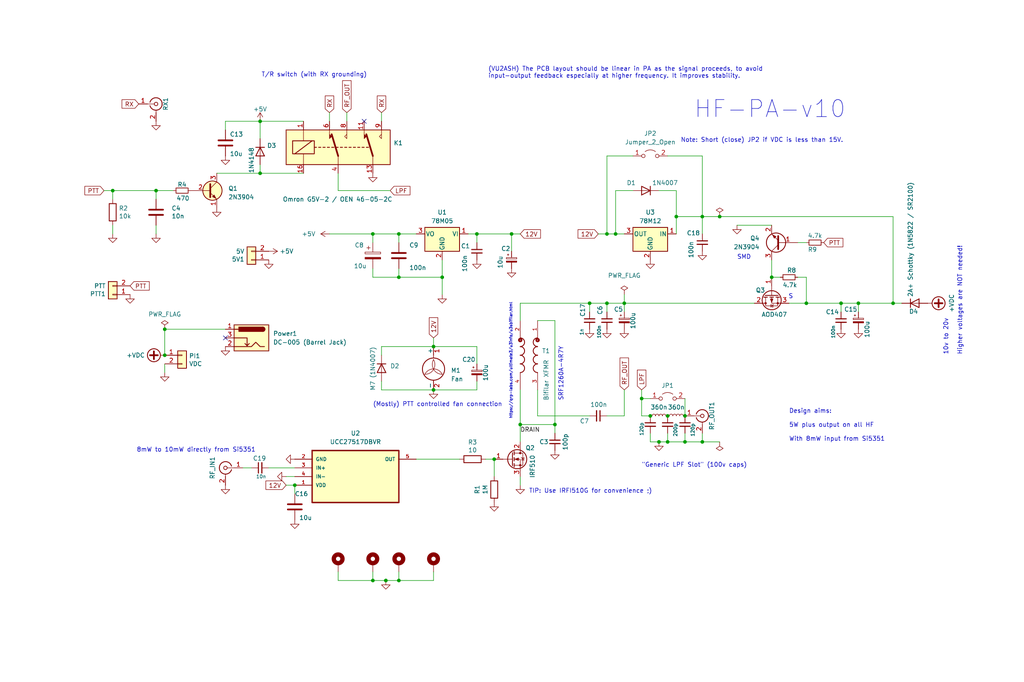
<source format=kicad_sch>
(kicad_sch (version 20230121) (generator eeschema)
  (paper "User" 299.999 200)
  (title_block (title "Easy-PA-With-TR-Switch") (date "2023-08-27") (rev "v2") (company "Author: Dhiru Kholia (VU3CER)") (comment 1 "Designed for https://github.com/kholia/Easy-Digital-Beacons-v1 project") (comment 2 "Motivation: We need usable power on the 10m band!") (comment 3 "Based on designs from Henning Paul"))
  (lib_symbols
    (symbol "+VDC_1" (power) (pin_names (offset 0))
      (property "Value" "+VDC_1" (at 0 6.35 0))
      (symbol "+VDC_1_1_1"
        (pin power_in line (at 0 0 90) (length 0) hide (name "+VDC") (number "1"))
      )
    )
    (symbol "Connector:Barrel_Jack_Switch" (pin_names hide)
      (property "Reference" "J" (at 0 5.334 0))
      (property "Value" "Barrel_Jack_Switch" (at 0 -5.08 0))
      (symbol "Barrel_Jack_Switch_1_1"
        (pin passive line (at 7.62 2.54 180) (length 2.54) (name "~") (number "1"))
        (pin passive line (at 7.62 -2.54 180) (length 2.54) (name "~") (number "2"))
        (pin passive line (at 7.62 0 180) (length 2.54) (name "~") (number "3"))
      )
    )
    (symbol "Connector:Conn_Coaxial" (pin_names (offset 1.016) hide)
      (property "Reference" "J" (at 0.254 3.048 0))
      (property "Value" "Conn_Coaxial" (at 2.921 0 90))
      (symbol "Conn_Coaxial_1_1"
        (pin passive line (at -5.08 0 0) (length 2.54) (name "In") (number "1"))
        (pin passive line (at 0 -5.08 90) (length 2.54) (name "Ext") (number "2"))
      )
    )
    (symbol "Connector_Generic:Conn_01x02" (pin_names (offset 1.016) hide)
      (property "Reference" "J" (at 0 2.54 0))
      (property "Value" "Conn_01x02" (at 0 -5.08 0))
      (symbol "Conn_01x02_1_1"
        (pin passive line (at -5.08 0 0) (length 3.81) (name "Pin_1") (number "1"))
        (pin passive line (at -5.08 -2.54 0) (length 3.81) (name "Pin_2") (number "2"))
      )
    )
    (symbol "Device:C" (pin_numbers hide) (pin_names (offset 0.254))
      (property "Reference" "C" (at 0.635 2.54 0))
      (property "Value" "C" (at 0.635 -2.54 0))
      (symbol "C_1_1"
        (pin passive line (at 0 3.81 270) (length 2.794) (name "~") (number "1"))
        (pin passive line (at 0 -3.81 90) (length 2.794) (name "~") (number "2"))
      )
    )
    (symbol "Device:C_Polarized" (pin_numbers hide) (pin_names (offset 0.254))
      (property "Reference" "C" (at 0.635 2.54 0))
      (property "Value" "C_Polarized" (at 0.635 -2.54 0))
      (symbol "C_Polarized_1_1"
        (pin passive line (at 0 3.81 270) (length 2.794) (name "~") (number "1"))
        (pin passive line (at 0 -3.81 90) (length 2.794) (name "~") (number "2"))
      )
    )
    (symbol "Device:C_Polarized_Small" (pin_numbers hide) (pin_names (offset 0.254) hide)
      (property "Reference" "C" (at 0.254 1.778 0))
      (property "Value" "C_Polarized_Small" (at 0.254 -2.032 0))
      (symbol "C_Polarized_Small_1_1"
        (pin passive line (at 0 2.54 270) (length 1.8542) (name "~") (number "1"))
        (pin passive line (at 0 -2.54 90) (length 1.8542) (name "~") (number "2"))
      )
    )
    (symbol "Device:C_Small" (pin_numbers hide) (pin_names (offset 0.254) hide)
      (property "Reference" "C" (at 0.254 1.778 0))
      (property "Value" "C_Small" (at 0.254 -2.032 0))
      (symbol "C_Small_1_1"
        (pin passive line (at 0 2.54 270) (length 2.032) (name "~") (number "1"))
        (pin passive line (at 0 -2.54 90) (length 2.032) (name "~") (number "2"))
      )
    )
    (symbol "Device:D" (pin_numbers hide) (pin_names (offset 1.016) hide)
      (property "Reference" "D" (at 0 2.54 0))
      (property "Value" "D" (at 0 -2.54 0))
      (symbol "D_1_1"
        (pin passive line (at -3.81 0 0) (length 2.54) (name "K") (number "1"))
        (pin passive line (at 3.81 0 180) (length 2.54) (name "A") (number "2"))
      )
    )
    (symbol "Device:L_Small" (pin_numbers hide) (pin_names (offset 0.254) hide)
      (property "Reference" "L" (at 0.762 1.016 0))
      (property "Value" "L_Small" (at 0.762 -1.016 0))
      (symbol "L_Small_1_1"
        (pin passive line (at 0 2.54 270) (length 0.508) (name "~") (number "1"))
        (pin passive line (at 0 -2.54 90) (length 0.508) (name "~") (number "2"))
      )
    )
    (symbol "Device:R" (pin_numbers hide) (pin_names (offset 0))
      (property "Reference" "R" (at 2.032 0 90))
      (property "Value" "R" (at 0 0 90))
      (symbol "R_1_1"
        (pin passive line (at 0 3.81 270) (length 1.27) (name "~") (number "1"))
        (pin passive line (at 0 -3.81 90) (length 1.27) (name "~") (number "2"))
      )
    )
    (symbol "Device:R_Small" (pin_numbers hide) (pin_names (offset 0.254) hide)
      (property "Reference" "R" (at 0.762 0.508 0))
      (property "Value" "R_Small" (at 0.762 -1.016 0))
      (symbol "R_Small_1_1"
        (pin passive line (at 0 2.54 270) (length 0.762) (name "~") (number "1"))
        (pin passive line (at 0 -2.54 90) (length 0.762) (name "~") (number "2"))
      )
    )
    (symbol "Diode:1N4007" (pin_numbers hide) (pin_names hide)
      (property "Reference" "D" (at 0 2.54 0))
      (property "Value" "1N4007" (at 0 -2.54 0))
      (symbol "1N4007_1_1"
        (pin passive line (at -3.81 0 0) (length 2.54) (name "K") (number "1"))
        (pin passive line (at 3.81 0 180) (length 2.54) (name "A") (number "2"))
      )
    )
    (symbol "Diode:1N4148" (pin_numbers hide) (pin_names hide)
      (property "Reference" "D" (at 0 2.54 0))
      (property "Value" "1N4148" (at 0 -2.54 0))
      (property "Sim.Device" "D" (at 0 0 0))
      (property "Sim.Pins" "1=K 2=A" (at 0 0 0))
      (symbol "1N4148_1_1"
        (pin passive line (at -3.81 0 0) (length 2.54) (name "K") (number "1"))
        (pin passive line (at 3.81 0 180) (length 2.54) (name "A") (number "2"))
      )
    )
    (symbol "Jumper:Jumper_2_Open" (pin_names (offset 0) hide)
      (property "Reference" "JP" (at 0 2.794 0))
      (property "Value" "Jumper_2_Open" (at 0 -2.286 0))
      (symbol "Jumper_2_Open_1_1"
        (pin passive line (at -5.08 0 0) (length 2.54) (name "A") (number "1"))
        (pin passive line (at 5.08 0 180) (length 2.54) (name "B") (number "2"))
      )
    )
    (symbol "Mechanical:MountingHole_Pad" (pin_numbers hide) (pin_names (offset 1.016) hide)
      (property "Reference" "H" (at 0 6.35 0))
      (property "Value" "MountingHole_Pad" (at 0 4.445 0))
      (symbol "MountingHole_Pad_1_1"
        (pin input line (at 0 -2.54 90) (length 2.54) (name "1") (number "1"))
      )
    )
    (symbol "Motor:Fan" (pin_names (offset 0))
      (property "Reference" "M" (at 2.54 5.08 0))
      (property "Value" "Fan" (at 2.54 -2.54 0))
      (symbol "Fan_1_1"
        (pin passive line (at 0 7.62 270) (length 2.54) (name "+") (number "1"))
        (pin passive line (at 0 -5.08 90) (length 2.54) (name "-") (number "2"))
      )
    )
    (symbol "PCM_Transistor_BJT_AKL:2N3904" (pin_names hide)
      (property "Reference" "Q" (at 5.08 1.27 0))
      (property "Value" "2N3904" (at 5.08 -1.27 0))
      (symbol "2N3904_1_1"
        (pin passive line (at 2.54 -5.08 90) (length 2.54) (name "E") (number "1"))
        (pin passive line (at -5.08 0 0) (length 5.715) (name "B") (number "2"))
        (pin passive line (at 2.54 5.08 270) (length 2.54) (name "C") (number "3"))
      )
    )
    (symbol "Regulator_Linear:L7812" (pin_names (offset 0.254))
      (property "Reference" "U" (at -3.81 3.175 0))
      (property "Value" "L7812" (at 0 3.175 0))
      (symbol "L7812_1_1"
        (pin power_in line (at -7.62 0 0) (length 2.54) (name "IN") (number "1"))
        (pin power_in line (at 0 -7.62 90) (length 2.54) (name "GND") (number "2"))
        (pin power_out line (at 7.62 0 180) (length 2.54) (name "OUT") (number "3"))
      )
    )
    (symbol "Regulator_Linear:LM78M05_TO252" (pin_names (offset 0.254))
      (property "Reference" "U" (at -3.81 3.175 0))
      (property "Value" "LM78M05_TO252" (at 0 3.175 0))
      (symbol "LM78M05_TO252_1_1"
        (pin power_in line (at -7.62 0 0) (length 2.54) (name "VI") (number "1"))
        (pin power_in line (at 0 -7.62 90) (length 2.54) (name "GND") (number "2"))
        (pin power_out line (at 7.62 0 180) (length 2.54) (name "VO") (number "3"))
      )
    )
    (symbol "Relay:G5V-2"
      (property "Reference" "K" (at 16.51 3.81 0))
      (property "Value" "G5V-2" (at 16.51 1.27 0))
      (symbol "G5V-2_1_1"
        (pin passive line (at -10.16 7.62 270) (length 2.54) (name "~") (number "1"))
        (pin passive line (at 7.62 7.62 270) (length 2.54) (name "~") (number "11"))
        (pin passive line (at 10.16 -7.62 90) (length 2.54) (name "~") (number "13"))
        (pin passive line (at -10.16 -7.62 90) (length 2.54) (name "~") (number "16"))
        (pin passive line (at 0 -7.62 90) (length 2.54) (name "~") (number "4"))
        (pin passive line (at -2.54 7.62 270) (length 2.54) (name "~") (number "6"))
        (pin passive line (at 2.54 7.62 270) (length 2.54) (name "~") (number "8"))
        (pin passive line (at 12.7 7.62 270) (length 2.54) (name "~") (number "9"))
      )
    )
    (symbol "SRF1260A-4R7Y:SRF1260A-4R7Y" (pin_names (offset 1.016))
      (property "Reference" "L" (at -7.631 5.0873 0))
      (property "Value" "SRF1260A-4R7Y" (at -7.6349 -7.6349 0))
      (symbol "SRF1260A-4R7Y_0_0"
        (pin passive line (at -10.16 2.54 0) (length 5.08) (name "~") (number "1"))
        (pin passive line (at -10.16 -2.54 0) (length 5.08) (name "~") (number "2"))
        (pin passive line (at 10.16 2.54 180) (length 5.08) (name "~") (number "3"))
        (pin passive line (at 10.16 -2.54 180) (length 5.08) (name "~") (number "4"))
      )
    )
    (symbol "Transistor_BJT:MMBT3904" (pin_names (offset 0) hide)
      (property "Reference" "Q" (at 5.08 1.905 0))
      (property "Value" "MMBT3904" (at 5.08 0 0))
      (symbol "MMBT3904_1_1"
        (pin input line (at -5.08 0 0) (length 5.715) (name "B") (number "1"))
        (pin passive line (at 2.54 -5.08 90) (length 2.54) (name "E") (number "2"))
        (pin passive line (at 2.54 5.08 270) (length 2.54) (name "C") (number "3"))
      )
    )
    (symbol "Transistor_FET:IRF540N" (pin_names hide)
      (property "Reference" "Q" (at 6.35 1.905 0))
      (property "Value" "IRF540N" (at 6.35 0 0))
      (symbol "IRF540N_1_1"
        (pin input line (at -5.08 0 0) (length 2.54) (name "G") (number "1"))
        (pin passive line (at 2.54 5.08 270) (length 2.54) (name "D") (number "2"))
        (pin passive line (at 2.54 -5.08 90) (length 2.54) (name "S") (number "3"))
      )
    )
    (symbol "Transistor_FET:IRF9540N" (pin_names hide)
      (property "Reference" "Q" (at 5.08 1.905 0))
      (property "Value" "IRF9540N" (at 5.08 0 0))
      (symbol "IRF9540N_1_1"
        (pin input line (at -5.08 0 0) (length 2.54) (name "G") (number "1"))
        (pin passive line (at 2.54 5.08 270) (length 2.54) (name "D") (number "2"))
        (pin passive line (at 2.54 -5.08 90) (length 2.54) (name "S") (number "3"))
      )
    )
    (symbol "UCC27517DBVR:UCC27517DBVR" (pin_names (offset 1.016))
      (property "Reference" "U" (at -12.7 8.62 0))
      (property "Value" "UCC27517DBVR" (at -12.7 -11.62 0))
      (symbol "UCC27517DBVR_0_0"
        (pin input line (at -17.78 -2.54 0) (length 5.08) (name "VDD") (number "1"))
        (pin input line (at -17.78 5.08 0) (length 5.08) (name "GND") (number "2"))
        (pin input line (at -17.78 2.54 0) (length 5.08) (name "IN+") (number "3"))
        (pin input line (at -17.78 0 0) (length 5.08) (name "IN-") (number "4"))
        (pin output line (at 17.78 5.08 180) (length 5.08) (name "OUT") (number "5"))
      )
    )
    (symbol "power:+5V" (power) (pin_names (offset 0))
      (property "Value" "+5V" (at 0 3.556 0))
      (symbol "+5V_1_1"
        (pin power_in line (at 0 0 90) (length 0) hide (name "+5V") (number "1"))
      )
    )
    (symbol "power:+VDC" (power) (pin_names (offset 0))
      (property "Value" "+VDC" (at 0 6.35 0))
      (symbol "+VDC_1_1"
        (pin power_in line (at 0 0 90) (length 0) hide (name "+VDC") (number "1"))
      )
    )
    (symbol "power:GND" (power) (pin_names (offset 0))
      (property "Value" "GND" (at 0 -3.81 0))
      (symbol "GND_1_1"
        (pin power_in line (at 0 0 270) (length 0) hide (name "GND") (number "1"))
      )
    )
    (symbol "power:PWR_FLAG" (power) (pin_numbers hide) (pin_names (offset 0) hide)
      (property "Value" "PWR_FLAG" (at 0 3.81 0))
      (symbol "PWR_FLAG_0_0"
        (pin power_out line (at 0 0 90) (length 0) (name "pwr") (number "1"))
      )
    )
  )
  (junction (at 205.74 129.54))
  (junction (at 193.04 129.54))
  (junction (at 162.56 124.46))
  (junction (at 261.62 88.9))
  (junction (at 187.96 116.84))
  (junction (at 139.7 68.58))
  (junction (at 195.58 129.54))
  (junction (at 86.36 142.24))
  (junction (at 127 101.6))
  (junction (at 246.38 88.9))
  (junction (at 127 114.3))
  (junction (at 210.82 63.5))
  (junction (at 116.84 68.58))
  (junction (at 109.22 68.58))
  (junction (at 45.72 55.88))
  (junction (at 177.8 68.58))
  (junction (at 129.54 81.28))
  (junction (at 109.22 170.18))
  (junction (at 190.5 121.92))
  (junction (at 200.66 121.92))
  (junction (at 236.22 88.9))
  (junction (at 116.84 81.28))
  (junction (at 48.26 104.14))
  (junction (at 195.58 121.92))
  (junction (at 177.8 88.9))
  (junction (at 116.84 170.18))
  (junction (at 172.72 88.9))
  (junction (at 200.66 129.54))
  (junction (at 144.78 134.62))
  (junction (at 152.4 124.46))
  (junction (at 182.88 88.9))
  (junction (at 113.03 170.18))
  (junction (at 251.46 88.9))
  (junction (at 180.34 68.58))
  (junction (at 198.12 63.5))
  (junction (at 33.02 55.88))
  (junction (at 226.06 81.28))
  (junction (at 76.2 50.8))
  (junction (at 48.26 96.52))
  (junction (at 205.74 63.5))
  (junction (at 149.86 68.58))
  (junction (at 76.2 35.56))
  (no_connect (at 66.04 99.06))
  (no_connect (at 106.68 35.56))
  (wire (pts (xy 152.4 88.9) (xy 172.72 88.9)))
  (wire (pts (xy 195.58 45.72) (xy 205.74 45.72)))
  (wire (pts (xy 66.04 35.56) (xy 66.04 38.1)))
  (wire (pts (xy 111.76 33.02) (xy 111.76 35.56)))
  (wire (pts (xy 246.38 88.9) (xy 251.46 88.9)))
  (wire (pts (xy 144.78 139.7) (xy 144.78 134.62)))
  (wire (pts (xy 127 170.18) (xy 127 167.64)))
  (wire (pts (xy 111.76 101.6) (xy 111.76 104.14)))
  (wire (pts (xy 116.84 68.58) (xy 116.84 71.12)))
  (wire (pts (xy 157.48 93.98) (xy 162.56 93.98)))
  (wire (pts (xy 45.72 55.88) (xy 45.72 58.42)))
  (wire (pts (xy 200.66 129.54) (xy 205.74 129.54)))
  (wire (pts (xy 139.7 101.6) (xy 139.7 106.68)))
  (wire (pts (xy 139.7 71.12) (xy 139.7 68.58)))
  (wire (pts (xy 198.12 68.58) (xy 198.12 63.5)))
  (wire (pts (xy 127 101.6) (xy 139.7 101.6)))
  (wire (pts (xy 172.72 88.9) (xy 177.8 88.9)))
  (wire (pts (xy 200.66 127) (xy 200.66 129.54)))
  (wire (pts (xy 45.72 55.88) (xy 50.8 55.88)))
  (wire (pts (xy 157.48 114.3) (xy 157.48 121.92)))
  (wire (pts (xy 210.82 63.5) (xy 261.62 63.5)))
  (wire (pts (xy 177.8 88.9) (xy 177.8 91.44)))
  (wire (pts (xy 226.06 81.28) (xy 228.6 81.28)))
  (wire (pts (xy 109.22 81.28) (xy 116.84 81.28)))
  (wire (pts (xy 251.46 88.9) (xy 251.46 91.44)))
  (wire (pts (xy 48.26 96.52) (xy 48.26 104.14)))
  (wire (pts (xy 86.36 142.24) (xy 86.36 144.78)))
  (wire (pts (xy 111.76 114.3) (xy 127 114.3)))
  (wire (pts (xy 48.26 96.52) (xy 66.04 96.52)))
  (wire (pts (xy 83.82 139.7) (xy 86.36 139.7)))
  (wire (pts (xy 33.02 58.42) (xy 33.02 55.88)))
  (wire (pts (xy 45.72 66.04) (xy 45.72 68.58)))
  (wire (pts (xy 261.62 88.9) (xy 264.16 88.9)))
  (wire (pts (xy 152.4 93.98) (xy 152.4 88.9)))
  (wire (pts (xy 180.34 55.88) (xy 185.42 55.88)))
  (wire (pts (xy 157.48 121.92) (xy 172.72 121.92)))
  (wire (pts (xy 193.04 55.88) (xy 198.12 55.88)))
  (wire (pts (xy 233.68 71.12) (xy 236.22 71.12)))
  (wire (pts (xy 99.06 170.18) (xy 109.22 170.18)))
  (wire (pts (xy 162.56 93.98) (xy 162.56 124.46)))
  (wire (pts (xy 99.06 50.8) (xy 99.06 55.88)))
  (wire (pts (xy 152.4 124.46) (xy 152.4 129.54)))
  (wire (pts (xy 116.84 81.28) (xy 129.54 81.28)))
  (wire (pts (xy 76.2 35.56) (xy 88.9 35.56)))
  (wire (pts (xy 109.22 68.58) (xy 116.84 68.58)))
  (wire (pts (xy 152.4 142.24) (xy 152.4 139.7)))
  (wire (pts (xy 172.72 88.9) (xy 172.72 91.44)))
  (wire (pts (xy 109.22 167.64) (xy 109.22 170.18)))
  (wire (pts (xy 187.96 116.84) (xy 190.5 116.84)))
  (wire (pts (xy 127 99.06) (xy 127 101.6)))
  (wire (pts (xy 193.04 129.54) (xy 195.58 129.54)))
  (wire (pts (xy 182.88 88.9) (xy 220.98 88.9)))
  (wire (pts (xy 99.06 55.88) (xy 114.3 55.88)))
  (wire (pts (xy 205.74 68.58) (xy 205.74 63.5)))
  (wire (pts (xy 127 114.3) (xy 139.7 114.3)))
  (wire (pts (xy 111.76 111.76) (xy 111.76 114.3)))
  (wire (pts (xy 195.58 127) (xy 195.58 129.54)))
  (wire (pts (xy 33.02 55.88) (xy 45.72 55.88)))
  (wire (pts (xy 109.22 71.12) (xy 109.22 68.58)))
  (wire (pts (xy 149.86 68.58) (xy 152.4 68.58)))
  (wire (pts (xy 109.22 81.28) (xy 109.22 78.74)))
  (wire (pts (xy 177.8 45.72) (xy 177.8 68.58)))
  (wire (pts (xy 182.88 88.9) (xy 182.88 91.44)))
  (wire (pts (xy 236.22 88.9) (xy 246.38 88.9)))
  (wire (pts (xy 187.96 116.84) (xy 187.96 121.92)))
  (wire (pts (xy 48.26 109.22) (xy 48.26 106.68)))
  (wire (pts (xy 226.06 76.2) (xy 226.06 81.28)))
  (wire (pts (xy 180.34 55.88) (xy 180.34 68.58)))
  (wire (pts (xy 99.06 167.64) (xy 99.06 170.18)))
  (wire (pts (xy 187.96 121.92) (xy 190.5 121.92)))
  (wire (pts (xy 185.42 45.72) (xy 177.8 45.72)))
  (wire (pts (xy 142.24 134.62) (xy 144.78 134.62)))
  (wire (pts (xy 175.26 68.58) (xy 177.8 68.58)))
  (wire (pts (xy 116.84 78.74) (xy 116.84 81.28)))
  (wire (pts (xy 71.12 137.16) (xy 73.66 137.16)))
  (wire (pts (xy 205.74 129.54) (xy 205.74 127)))
  (wire (pts (xy 121.92 134.62) (xy 134.62 134.62)))
  (wire (pts (xy 116.84 68.58) (xy 121.92 68.58)))
  (wire (pts (xy 152.4 124.46) (xy 162.56 124.46)))
  (wire (pts (xy 111.76 101.6) (xy 127 101.6)))
  (wire (pts (xy 177.8 88.9) (xy 182.88 88.9)))
  (wire (pts (xy 129.54 86.36) (xy 129.54 81.28)))
  (wire (pts (xy 195.58 129.54) (xy 200.66 129.54)))
  (wire (pts (xy 83.82 142.24) (xy 86.36 142.24)))
  (wire (pts (xy 231.14 88.9) (xy 236.22 88.9)))
  (wire (pts (xy 113.03 170.18) (xy 116.84 170.18)))
  (wire (pts (xy 116.84 170.18) (xy 127 170.18)))
  (wire (pts (xy 205.74 63.5) (xy 210.82 63.5)))
  (wire (pts (xy 149.86 68.58) (xy 149.86 73.66)))
  (wire (pts (xy 30.48 55.88) (xy 33.02 55.88)))
  (wire (pts (xy 261.62 63.5) (xy 261.62 88.9)))
  (wire (pts (xy 187.96 114.3) (xy 187.96 116.84)))
  (wire (pts (xy 198.12 63.5) (xy 205.74 63.5)))
  (wire (pts (xy 139.7 68.58) (xy 149.86 68.58)))
  (wire (pts (xy 162.56 124.46) (xy 162.56 127)))
  (wire (pts (xy 251.46 88.9) (xy 261.62 88.9)))
  (wire (pts (xy 101.6 33.02) (xy 101.6 35.56)))
  (wire (pts (xy 78.74 137.16) (xy 86.36 137.16)))
  (wire (pts (xy 236.22 81.28) (xy 236.22 88.9)))
  (wire (pts (xy 205.74 129.54) (xy 210.82 129.54)))
  (wire (pts (xy 33.02 66.04) (xy 33.02 68.58)))
  (wire (pts (xy 76.2 35.56) (xy 76.2 40.64)))
  (wire (pts (xy 182.88 114.3) (xy 182.88 121.92)))
  (wire (pts (xy 180.34 68.58) (xy 182.88 68.58)))
  (wire (pts (xy 190.5 129.54) (xy 193.04 129.54)))
  (wire (pts (xy 177.8 68.58) (xy 180.34 68.58)))
  (wire (pts (xy 198.12 63.5) (xy 198.12 55.88)))
  (wire (pts (xy 109.22 170.18) (xy 113.03 170.18)))
  (wire (pts (xy 96.52 33.02) (xy 96.52 35.56)))
  (wire (pts (xy 76.2 50.8) (xy 76.2 48.26)))
  (wire (pts (xy 205.74 45.72) (xy 205.74 63.5)))
  (wire (pts (xy 76.2 50.8) (xy 88.9 50.8)))
  (wire (pts (xy 139.7 114.3) (xy 139.7 111.76)))
  (wire (pts (xy 96.52 68.58) (xy 109.22 68.58)))
  (wire (pts (xy 63.5 50.8) (xy 76.2 50.8)))
  (wire (pts (xy 215.9 66.04) (xy 226.06 66.04)))
  (wire (pts (xy 182.88 86.36) (xy 182.88 88.9)))
  (wire (pts (xy 152.4 114.3) (xy 152.4 124.46)))
  (wire (pts (xy 177.8 121.92) (xy 182.88 121.92)))
  (wire (pts (xy 190.5 127) (xy 190.5 129.54)))
  (wire (pts (xy 129.54 76.2) (xy 129.54 81.28)))
  (wire (pts (xy 233.68 81.28) (xy 236.22 81.28)))
  (wire (pts (xy 76.2 35.56) (xy 66.04 35.56)))
  (wire (pts (xy 246.38 88.9) (xy 246.38 91.44)))
  (wire (pts (xy 200.66 121.92) (xy 200.66 116.84)))
  (wire (pts (xy 137.16 68.58) (xy 139.7 68.58)))
  (wire (pts (xy 116.84 167.64) (xy 116.84 170.18)))
  (text "T/R switch (with RX grounding)" (at 76.5556 22.733 0) (effects (font (size 1.27 1.27)) (justify left bottom)))
  (text "(Mostly) PTT controlled fan connection" (at 109.22 119.38 0) (effects (font (size 1.27 1.27)) (justify left bottom)))
  (text "8mW to 10mW directly from Si5351" (at 74.93 132.715 0) (effects (font (size 1.27 1.27)) (justify right bottom)))
  (text "SMD" (at 215.9 76.2 0) (effects (font (size 1.27 1.27)) (justify left bottom)))
  (text "HF-PA-v10" (at 203.2 35.052 0) (effects (font (size 5 5)) (justify left bottom)))
  (text "Design aims:\n\n5W plus output on all HF\n\nWith 8mW input from Si5351" (at 231.14 129.54 0) (effects (font (size 1.27 1.27)) (justify left bottom)))
  (text "SRF1260A-4R7Y" (at 165.1 117.602 90) (effects (font (size 1.27 1.27)) (justify left bottom)))
  (text "\"Generic LPF Slot\" (100v caps)" (at 187.96 137.16 0) (effects (font (size 1.27 1.27)) (justify left bottom)))
  (text "https://qrp-labs.com/ultimate3/u3info/u3sbifilar.html" (at 150.114 122.936 90) (effects (font (size 0.8 0.8)) (justify left bottom)))
  (text "10v to 20v\n\nHigher voltages are NOT needed!" (at 281.94 104.14 90) (effects (font (size 1.27 1.27)) (justify left bottom)))
  (text "(VU2ASH) The PCB layout should be linear in PA as the signal proceeds, to avoid \ninput-output feedback especially at higher frequency. It improves stability." (at 143.002 23.114 0) (effects (font (size 1.27 1.27)) (justify left bottom)))
  (text "Note: Short (close) JP2 if VDC is less than 15V." (at 199.39 41.91 0) (effects (font (size 1.27 1.27)) (justify left bottom)))
  (text "TIP: Use IRFI510G for convenience ;)" (at 154.94 144.78 0) (effects (font (size 1.27 1.27)) (justify left bottom)))
  (text "S" (at 230.9622 87.7316 0) (effects (font (size 1.27 1.27)) (justify left bottom)))
  (label "DRAIN" (at 152.4 127 0))
  (global_label "12V" (shape input) (at 152.4 68.58 0) (property "Intersheetrefs" "${INTERSHEET_REFS}" (effects hide)))
  (global_label "RF_OUT" (shape input) (at 101.6 33.02 90) (property "Intersheetrefs" "${INTERSHEET_REFS}" (effects hide)))
  (global_label "RF_OUT" (shape input) (at 182.88 114.3 90) (property "Intersheetrefs" "${INTERSHEET_REFS}" (effects hide)))
  (global_label "PTT" (shape input) (at 38.1 83.82 0) (property "Intersheetrefs" "${INTERSHEET_REFS}" (effects hide)))
  (global_label "LPF" (shape input) (at 114.3 55.88 0) (property "Intersheetrefs" "${INTERSHEET_REFS}" (effects hide)))
  (global_label "RX" (shape input) (at 40.64 30.48 180) (property "Intersheetrefs" "${INTERSHEET_REFS}" (effects hide)))
  (global_label "12V" (shape input) (at 175.26 68.58 180) (property "Intersheetrefs" "${INTERSHEET_REFS}" (effects hide)))
  (global_label "PTT" (shape input) (at 30.48 55.88 180) (property "Intersheetrefs" "${INTERSHEET_REFS}" (effects hide)))
  (global_label "12V" (shape input) (at 83.82 142.24 180) (property "Intersheetrefs" "${INTERSHEET_REFS}" (effects hide)))
  (global_label "RX" (shape input) (at 96.52 33.02 90) (property "Intersheetrefs" "${INTERSHEET_REFS}" (effects hide)))
  (global_label "RX" (shape input) (at 111.76 33.02 90) (property "Intersheetrefs" "${INTERSHEET_REFS}" (effects hide)))
  (global_label "12V" (shape input) (at 127 99.06 90) (property "Intersheetrefs" "${INTERSHEET_REFS}" (effects hide)))
  (global_label "LPF" (shape input) (at 187.96 114.3 90) (property "Intersheetrefs" "${INTERSHEET_REFS}" (effects hide)))
  (global_label "PTT" (shape input) (at 241.3 71.12 0) (property "Intersheetrefs" "${INTERSHEET_REFS}" (effects hide)))
  (symbol (lib_id "Device:C_Polarized_Small") (at 182.88 93.98 0) (unit 1)
    (property "Reference" "C5" (at 179.832 90.678 0) (effects (justify left)))
    (property "Value" "100u" (at 185.42 96.52 90) (effects (justify left)))
    (property "Footprint" "Capacitor_THT:CP_Radial_D5.0mm_P2.50mm" (effects hide))
  )
  (symbol (lib_id "Device:C_Small") (at 175.26 121.92 270) (unit 1)
    (property "Reference" "C7" (at 171.196 123.444 90))
    (property "Value" "100n" (at 175.387 118.618 90))
    (property "Footprint" "Capacitor_SMD:C_1206_3216Metric_Pad1.33x1.80mm_HandSolder" (effects hide))
  )
  (symbol (lib_id "Connector_Generic:Conn_01x02") (at 53.34 104.14 0) (unit 1)
    (property "Reference" "PI1" (at 55.372 104.3432 0) (effects (justify left)))
    (property "Value" "VDC" (at 55.372 106.6546 0) (effects (justify left)))
    (property "Footprint" "Connector_PinHeader_2.54mm:PinHeader_1x02_P2.54mm_Vertical" (effects hide))
  )
  (symbol (lib_id "power:+VDC") (at 48.26 104.14 90) (unit 1)
    (property "Reference" "#PWR0110" (effects hide))
    (property "Value" "+VDC" (at 42.4434 104.14 90) (effects (justify left)))
  )
  (symbol (lib_id "Device:R") (at 138.43 134.62 270) (unit 1)
    (property "Reference" "R3" (at 138.43 129.6416 90))
    (property "Value" "10" (at 138.43 131.953 90))
    (property "Footprint" "Resistor_SMD:R_2512_6332Metric_Pad1.40x3.35mm_HandSolder" (effects hide))
  )
  (symbol (lib_id "power:PWR_FLAG") (at 48.26 96.52 0) (unit 1)
    (property "Reference" "#FLG0103" (effects hide))
    (property "Value" "PWR_FLAG" (at 48.26 92.1258 0))
  )
  (symbol (lib_id "power:GND") (at 66.04 142.24 0) (unit 1)
    (property "Reference" "#PWR0106" (effects hide))
    (property "Value" "GND" (effects hide))
  )
  (symbol (lib_id "Device:C_Small") (at 177.8 93.98 0) (unit 1)
    (property "Reference" "C6" (at 175.768 90.932 90))
    (property "Value" "100n" (at 175.514 97.282 90) (effects (font (size 0.9906 0.9906))))
    (property "Footprint" "Capacitor_SMD:C_1206_3216Metric_Pad1.33x1.80mm_HandSolder" (effects hide))
  )
  (symbol (lib_id "power:GND") (at 33.02 68.58 0) (unit 1)
    (property "Reference" "#PWR018" (effects hide))
    (property "Value" "GNDPWR" (effects hide))
  )
  (symbol (lib_id "power:PWR_FLAG") (at 182.88 86.36 0) (unit 1)
    (property "Reference" "#FLG01" (effects hide))
    (property "Value" "PWR_FLAG" (at 182.88 80.772 0))
  )
  (symbol (lib_id "Device:C_Polarized_Small") (at 139.7 109.22 0) (unit 1)
    (property "Reference" "C20" (at 135.382 105.41 0) (effects (justify left)))
    (property "Value" "100u" (at 142.24 111.76 90) (effects (justify left)))
    (property "Footprint" "Capacitor_THT:CP_Radial_D5.0mm_P2.50mm" (effects hide))
  )
  (symbol (lib_id "Device:C_Polarized") (at 109.22 74.93 0) (unit 1)
    (property "Reference" "C8" (at 103.886 71.882 0) (effects (justify left)))
    (property "Value" "10u" (at 103.632 77.978 0) (effects (justify left)))
    (property "Footprint" "Capacitor_SMD:C_1206_3216Metric_Pad1.33x1.80mm_HandSolder" (effects hide))
  )
  (symbol (lib_id "Device:L_Small") (at 198.12 121.92 90) (unit 1)
    (property "Reference" "L2" (effects hide))
    (property "Value" "360n" (at 198.12 119.38 90))
    (property "Footprint" "Inductor_THT:L_Toroid_Vertical_L10.0mm_W5.0mm_P5.08mm" (effects hide))
  )
  (symbol (lib_id "Diode:1N4007") (at 189.23 55.88 180) (unit 1)
    (property "Reference" "D1" (at 184.912 53.594 0))
    (property "Value" "1N4007" (at 194.818 53.594 0))
    (property "Footprint" "Diode_SMD:D_SMA_Handsoldering" (effects hide))
    (property "Datasheet" "http://www.vishay.com/docs/88503/1n4001.pdf" (effects hide))
    (property "Sim.Device" "D" (effects hide))
    (property "Sim.Pins" "1=K 2=A" (effects hide))
  )
  (symbol (lib_name "+VDC_1") (lib_id "power:+VDC") (at 271.78 88.9 270) (unit 1)
    (property "Reference" "#PWR014" (effects hide))
    (property "Value" "+VDC" (at 278.765 88.9 0))
  )
  (symbol (lib_id "power:GND") (at 83.82 139.7 270) (unit 1)
    (property "Reference" "#PWR04" (effects hide))
    (property "Value" "GND" (effects hide))
  )
  (symbol (lib_id "power:GND") (at 63.5 60.96 0) (unit 1)
    (property "Reference" "#PWR023" (effects hide))
    (property "Value" "GND" (effects hide))
  )
  (symbol (lib_id "Device:C") (at 66.04 41.91 0) (unit 1)
    (property "Reference" "C13" (at 67.31 39.37 0) (effects (justify left)))
    (property "Value" "10u" (at 67.31 45.085 0) (effects (justify left)))
    (property "Footprint" "Capacitor_SMD:C_1206_3216Metric_Pad1.33x1.80mm_HandSolder" (effects hide))
  )
  (symbol (lib_id "power:GND") (at 205.74 73.66 0) (unit 1)
    (property "Reference" "#PWR029" (effects hide))
    (property "Value" "GND" (effects hide))
  )
  (symbol (lib_id "power:GND") (at 45.72 68.58 0) (unit 1)
    (property "Reference" "#PWR022" (effects hide))
    (property "Value" "GNDPWR" (effects hide))
  )
  (symbol (lib_id "Device:C_Polarized_Small") (at 251.46 93.98 0) (unit 1)
    (property "Reference" "C15" (at 247.269 90.678 0) (effects (justify left)))
    (property "Value" "100u" (at 254 99.06 90) (effects (justify left)))
    (property "Footprint" "Capacitor_THT:CP_Radial_D5.0mm_P2.50mm" (effects hide))
  )
  (symbol (lib_id "Connector:Conn_Coaxial") (at 66.04 137.16 0) (mirror y) (unit 1)
    (property "Reference" "RF_IN1" (at 62.23 137.16 90))
    (property "Value" "SMA" (effects hide))
    (property "Footprint" "Connector_Coaxial:SMA_Samtec_SMA-J-P-X-ST-EM1_EdgeMount" (effects hide))
    (property "Datasheet" " ~" (effects hide))
  )
  (symbol (lib_id "Device:C_Small") (at 246.38 93.98 0) (unit 1)
    (property "Reference" "C14" (at 243.84 91.44 0))
    (property "Value" "100n" (at 244.094 97.282 90) (effects (font (size 0.9906 0.9906))))
    (property "Footprint" "Capacitor_SMD:C_1206_3216Metric_Pad1.33x1.80mm_HandSolder" (effects hide))
  )
  (symbol (lib_id "power:+5V") (at 76.2 35.56 0) (unit 1)
    (property "Reference" "#PWR024" (effects hide))
    (property "Value" "+5V" (at 76.2 32.004 0))
  )
  (symbol (lib_id "Device:R") (at 144.78 143.51 0) (unit 1)
    (property "Reference" "R1" (at 139.8016 143.51 90))
    (property "Value" "1M" (at 142.113 143.51 90))
    (property "Footprint" "Resistor_SMD:R_1206_3216Metric_Pad1.30x1.75mm_HandSolder" (effects hide))
  )
  (symbol (lib_id "Diode:1N4148") (at 76.2 44.45 270) (unit 1)
    (property "Reference" "D3" (at 78.232 42.672 90) (effects (justify left)))
    (property "Value" "1N4148" (at 73.66 43.18 0) (effects (justify left)))
    (property "Footprint" "Diode_THT:D_DO-35_SOD27_P2.54mm_Vertical_KathodeUp" (effects hide))
    (property "Datasheet" "https://assets.nexperia.com/documents/data-sheet/1N4148_1N4448.pdf" (effects hide))
  )
  (symbol (lib_id "power:GND") (at 127 114.3 0) (mirror y) (unit 1)
    (property "Reference" "#PWR031" (effects hide))
    (property "Value" "GND" (effects hide))
  )
  (symbol (lib_id "Device:D") (at 267.97 88.9 0) (unit 1)
    (property "Reference" "D4" (at 268.986 91.313 0) (effects (justify right)))
    (property "Value" "2A+ Schottky (1N5822 / SR2100)" (at 266.7 53.34 90) (effects (justify right)))
    (property "Footprint" "Diode_THT:D_DO-41_SOD81_P2.54mm_Vertical_KathodeUp" (effects hide))
    (property "Sim.Device" "D" (effects hide))
    (property "Sim.Pins" "1=K 2=A" (effects hide))
  )
  (symbol (lib_id "power:GND") (at 182.88 96.52 0) (unit 1)
    (property "Reference" "#PWR0103" (effects hide))
    (property "Value" "GND" (effects hide))
  )
  (symbol (lib_id "Device:C_Small") (at 195.58 124.46 0) (unit 1)
    (property "Reference" "C11" (effects hide))
    (property "Value" "200p" (at 197.866 128.016 90) (effects (font (size 1 1)) (justify left)))
    (property "Footprint" "Capacitor_THT:C_Disc_D3.0mm_W2.0mm_P2.50mm" (effects hide))
  )
  (symbol (lib_id "power:GND") (at 66.04 45.72 0) (unit 1)
    (property "Reference" "#PWR010" (effects hide))
    (property "Value" "GNDPWR" (effects hide))
  )
  (symbol (lib_id "Device:C_Small") (at 76.2 137.16 90) (unit 1)
    (property "Reference" "C19" (at 77.978 134.366 90) (effects (justify left)))
    (property "Value" "10n" (at 77.978 139.7 90) (effects (font (size 1 1)) (justify left)))
    (property "Footprint" "Capacitor_SMD:C_1206_3216Metric_Pad1.33x1.80mm_HandSolder" (effects hide))
  )
  (symbol (lib_id "power:PWR_FLAG") (at 210.82 129.54 180) (unit 1)
    (property "Reference" "#FLG02" (effects hide))
    (property "Value" "PWR_FLAG" (effects hide))
  )
  (symbol (lib_id "Jumper:Jumper_2_Open") (at 190.5 45.72 0) (unit 1)
    (property "Reference" "JP2" (at 190.5 39.116 0))
    (property "Value" "Jumper_2_Open" (at 190.5 41.656 0))
    (property "Footprint" "Jumper:SolderJumper-2_P1.3mm_Open_TrianglePad1.0x1.5mm" (effects hide))
  )
  (symbol (lib_id "power:GND") (at 149.86 78.74 0) (unit 1)
    (property "Reference" "#PWR08" (effects hide))
    (property "Value" "GND" (effects hide))
  )
  (symbol (lib_id "Device:C") (at 86.36 148.59 0) (unit 1)
    (property "Reference" "C16" (at 86.36 144.78 0) (effects (justify left)))
    (property "Value" "10u" (at 87.63 151.765 0) (effects (justify left)))
    (property "Footprint" "Capacitor_SMD:C_1206_3216Metric_Pad1.33x1.80mm_HandSolder" (effects hide))
  )
  (symbol (lib_id "power:GND") (at 162.56 132.08 0) (mirror y) (unit 1)
    (property "Reference" "#PWR015" (effects hide))
    (property "Value" "GND" (effects hide))
  )
  (symbol (lib_id "power:GND") (at 66.04 101.6 0) (unit 1)
    (property "Reference" "#PWR019" (effects hide))
    (property "Value" "GNDPWR" (effects hide))
  )
  (symbol (lib_id "Connector:Conn_Coaxial") (at 205.74 121.92 0) (unit 1)
    (property "Reference" "RF_OUT1" (at 208.534 121.92 90))
    (property "Value" "SMA" (effects hide))
    (property "Footprint" "Connector_Coaxial:SMA_Samtec_SMA-J-P-X-ST-EM1_EdgeMount" (effects hide))
    (property "Datasheet" " ~" (effects hide))
  )
  (symbol (lib_id "power:GND") (at 78.74 76.2 0) (unit 1)
    (property "Reference" "#PWR020" (effects hide))
    (property "Value" "GND" (effects hide))
  )
  (symbol (lib_id "Diode:1N4007") (at 111.76 107.95 270) (unit 1)
    (property "Reference" "D2" (at 114.3 107.315 90) (effects (justify left)))
    (property "Value" "M7 (1N4007)" (at 109.22 101.6 0) (effects (justify left)))
    (property "Footprint" "Diode_SMD:D_SMA_Handsoldering" (effects hide))
    (property "Datasheet" "http://www.vishay.com/docs/88503/1n4001.pdf" (effects hide))
  )
  (symbol (lib_id "power:GND") (at 190.5 76.2 0) (unit 1)
    (property "Reference" "#PWR017" (effects hide))
    (property "Value" "GND" (effects hide))
  )
  (symbol (lib_id "Device:R_Small") (at 238.76 71.12 90) (unit 1)
    (property "Reference" "R9" (at 237.998 73.152 90))
    (property "Value" "4.7k" (at 238.76 69.088 90))
    (property "Footprint" "Resistor_SMD:R_1206_3216Metric_Pad1.30x1.75mm_HandSolder" (effects hide))
  )
  (symbol (lib_id "Device:C_Small") (at 190.5 124.46 0) (unit 1)
    (property "Reference" "C10" (effects hide))
    (property "Value" "120p" (at 187.96 127.762 90) (effects (font (size 1 1)) (justify left)))
    (property "Footprint" "Capacitor_THT:C_Disc_D3.0mm_W2.0mm_P2.50mm" (effects hide))
  )
  (symbol (lib_id "power:GND") (at 193.04 129.54 0) (mirror y) (unit 1)
    (property "Reference" "#PWR016" (effects hide))
    (property "Value" "GND" (effects hide))
  )
  (symbol (lib_id "Device:C_Small") (at 205.74 71.12 0) (unit 1)
    (property "Reference" "C18" (at 201.168 68.326 0) (effects (justify left)))
    (property "Value" "100n" (at 202.438 75.692 90) (effects (justify left)))
    (property "Footprint" "Capacitor_SMD:C_1206_3216Metric_Pad1.33x1.80mm_HandSolder" (effects hide))
  )
  (symbol (lib_id "Mechanical:MountingHole_Pad") (at 116.84 165.1 0) (unit 1)
    (property "Reference" "H3" (effects hide))
    (property "Value" "MountingHole_Pad" (effects hide))
    (property "Footprint" "MountingHole:MountingHole_2.2mm_M2_Pad" (effects hide))
  )
  (symbol (lib_id "power:GND") (at 251.46 96.52 0) (unit 1)
    (property "Reference" "#PWR013" (effects hide))
    (property "Value" "GND" (effects hide))
  )
  (symbol (lib_id "Transistor_BJT:MMBT3904") (at 228.6 71.12 180) (unit 1)
    (property "Reference" "Q4" (at 222.504 69.8499 0) (effects (justify left)))
    (property "Value" "2N3904" (at 222.504 72.3899 0) (effects (justify left)))
    (property "Footprint" "Package_TO_SOT_SMD:SOT-23_Handsoldering" (effects hide))
    (property "Datasheet" "https://www.onsemi.com/pdf/datasheet/pzt3904-d.pdf" (effects hide))
  )
  (symbol (lib_id "PCM_Transistor_BJT_AKL:2N3904") (at 60.96 55.88 0) (unit 1)
    (property "Reference" "Q1" (at 66.8782 55.245 0) (effects (justify left)))
    (property "Value" "2N3904" (at 66.8782 57.785 0) (effects (justify left)))
    (property "Footprint" "Package_TO_SOT_THT:TO-92_HandSolder" (effects hide))
    (property "Datasheet" "https://www.tme.eu/Document/12bff749841e3a356e683e9a8e7e4119/2N3904BU-DTE.pdf" (effects hide))
  )
  (symbol (lib_id "Device:C_Small") (at 162.56 129.54 0) (unit 1)
    (property "Reference" "C3" (at 157.988 129.54 0) (effects (justify left)))
    (property "Value" "100p" (at 165.608 132.08 90) (effects (justify left)))
    (property "Footprint" "Capacitor_SMD:C_1206_3216Metric_Pad1.33x1.80mm_HandSolder" (effects hide))
    (property "Sim.Device" "SPICE" (effects hide))
    (property "Sim.Params" "type=\"\" model=\"100n\" lib=\"\"" (effects hide))
    (property "Sim.Pins" "1=1 2=2" (effects hide))
  )
  (symbol (lib_id "power:GND") (at 109.22 50.8 0) (unit 1)
    (property "Reference" "#PWR025" (effects hide))
    (property "Value" "GND" (effects hide))
  )
  (symbol (lib_id "Regulator_Linear:LM78M05_TO252") (at 129.54 68.58 0) (mirror y) (unit 1)
    (property "Reference" "U1" (at 129.54 62.23 0))
    (property "Value" "78M05" (at 129.54 64.77 0))
    (property "Footprint" "Package_TO_SOT_SMD:TO-252-2" (effects hide))
    (property "Datasheet" "https://www.onsemi.com/pub/Collateral/MC78M00-D.PDF" (effects hide))
  )
  (symbol (lib_id "Connector_Generic:Conn_01x02") (at 33.02 86.36 180) (unit 1)
    (property "Reference" "PTT1" (at 30.988 86.1568 0) (effects (justify left)))
    (property "Value" "PTT" (at 30.988 83.8454 0) (effects (justify left)))
    (property "Footprint" "Connector_PinHeader_2.54mm:PinHeader_1x02_P2.54mm_Vertical" (effects hide))
  )
  (symbol (lib_id "Device:C_Small") (at 172.72 93.98 0) (unit 1)
    (property "Reference" "C17" (at 170.688 90.932 90))
    (property "Value" "1n" (at 170.434 97.282 90) (effects (font (size 0.9906 0.9906))))
    (property "Footprint" "Capacitor_SMD:C_1206_3216Metric_Pad1.33x1.80mm_HandSolder" (effects hide))
  )
  (symbol (lib_id "Mechanical:MountingHole_Pad") (at 109.22 165.1 0) (unit 1)
    (property "Reference" "H2" (effects hide))
    (property "Value" "MountingHole_Pad" (effects hide))
    (property "Footprint" "MountingHole:MountingHole_2.2mm_M2_Pad" (effects hide))
  )
  (symbol (lib_id "SRF1260A-4R7Y:SRF1260A-4R7Y") (at 154.94 104.14 270) (unit 1)
    (property "Reference" "T1" (at 158.75 102.87 90) (effects (justify left)))
    (property "Value" "Bifilar XFMR" (at 160.02 105.41 0) (effects (justify left)))
    (property "Footprint" "footprints:IND_SRF1260A-4R7Y" (effects hide))
    (property "MF" "Bourns" (effects hide))
    (property "MOUSER-PURCHASE-URL" "https://snapeda.com/shop?store=Mouser&id=1533338" (effects hide))
    (property "DESCRIPTION" "Shielded 2 Coil Inductor Array 27.2µH Inductance - Connected in Series 6.8µH Inductance - Connected in Parallel 18.6mOhm Max DC Resistance (DCR) - Parallel 6.64A Nonstandard" (effects hide))
    (property "PACKAGE" "Nonstandard Bourns" (effects hide))
    (property "PRICE" "None" (effects hide))
    (property "MP" "SRF1260A-6R8Y" (effects hide))
    (property "AVAILABILITY" "Warning" (effects hide))
  )
  (symbol (lib_id "Jumper:Jumper_2_Open") (at 195.58 116.84 0) (unit 1)
    (property "Reference" "JP1" (at 195.58 113.03 0))
    (property "Value" "Jumper_2_Open" (effects hide))
    (property "Footprint" "Jumper:SolderJumper-2_P1.3mm_Open_TrianglePad1.0x1.5mm" (effects hide))
  )
  (symbol (lib_id "power:GND") (at 86.36 134.62 270) (unit 1)
    (property "Reference" "#PWR02" (effects hide))
    (property "Value" "GND" (effects hide))
  )
  (symbol (lib_id "power:GND") (at 129.54 86.36 0) (unit 1)
    (property "Reference" "#PWR07" (effects hide))
    (property "Value" "GND" (effects hide))
  )
  (symbol (lib_id "power:GND") (at 139.7 76.2 0) (unit 1)
    (property "Reference" "#PWR05" (effects hide))
    (property "Value" "GND" (effects hide))
  )
  (symbol (lib_id "power:GND") (at 113.03 170.18 0) (unit 1)
    (property "Reference" "#PWR01" (effects hide))
    (property "Value" "GNDPWR" (effects hide))
  )
  (symbol (lib_id "Device:C") (at 45.72 62.23 0) (unit 1)
    (property "Reference" "C4" (at 50.2412 61.0616 0) (effects (justify left)))
    (property "Value" "10n" (at 50.2412 63.373 0) (effects (justify left)))
    (property "Footprint" "Capacitor_SMD:C_1206_3216Metric_Pad1.33x1.80mm_HandSolder" (effects hide))
  )
  (symbol (lib_id "Relay:G5V-2") (at 99.06 43.18 0) (unit 1)
    (property "Reference" "K1" (at 115.316 41.9099 0) (effects (justify left)))
    (property "Value" "Omron G5V-2 / OEN 46-05-2C" (at 82.804 58.42 0) (effects (justify left)))
    (property "Footprint" "Relay_THT:Relay_DPDT_Omron_G5V-2" (effects hide))
    (property "Datasheet" "http://omronfs.omron.com/en_US/ecb/products/pdf/en-g5v_2.pdf" (effects hide))
  )
  (symbol (lib_id "power:PWR_FLAG") (at 210.82 63.5 0) (unit 1)
    (property "Reference" "#FLG03" (effects hide))
    (property "Value" "PWR_FLAG" (effects hide))
  )
  (symbol (lib_id "Transistor_FET:IRF9540N") (at 226.06 86.36 90) (mirror x) (unit 1)
    (property "Reference" "Q3" (at 222.758 85.09 90))
    (property "Value" "AOD407" (at 226.822 92.202 90))
    (property "Footprint" "Package_TO_SOT_SMD:TO-252-2" (effects hide))
    (property "Datasheet" "http://www.irf.com/product-info/datasheets/data/irf9540n.pdf" (effects hide))
  )
  (symbol (lib_id "Connector_Generic:Conn_01x02") (at 73.66 76.2 180) (unit 1)
    (property "Reference" "5V1" (at 71.628 75.9968 0) (effects (justify left)))
    (property "Value" "5V" (at 71.628 73.6854 0) (effects (justify left)))
    (property "Footprint" "Connector_PinHeader_2.54mm:PinHeader_1x02_P2.54mm_Vertical" (effects hide))
  )
  (symbol (lib_id "power:GND") (at 144.78 147.32 0) (unit 1)
    (property "Reference" "#PWR03" (effects hide))
    (property "Value" "GND" (effects hide))
  )
  (symbol (lib_id "Device:C_Small") (at 200.66 124.46 0) (unit 1)
    (property "Reference" "C12" (effects hide))
    (property "Value" "120p" (at 202.946 128.016 90) (effects (font (size 1 1)) (justify left)))
    (property "Footprint" "Capacitor_THT:C_Disc_D3.0mm_W2.0mm_P2.50mm" (effects hide))
  )
  (symbol (lib_id "Device:R_Small") (at 231.14 81.28 90) (unit 1)
    (property "Reference" "R8" (at 231.902 79.248 90))
    (property "Value" "4.7k" (at 231.394 83.566 90))
    (property "Footprint" "Resistor_SMD:R_1206_3216Metric_Pad1.30x1.75mm_HandSolder" (effects hide))
  )
  (symbol (lib_id "Regulator_Linear:L7812") (at 190.5 68.58 0) (mirror y) (unit 1)
    (property "Reference" "U3" (at 190.5 62.23 0))
    (property "Value" "78M12" (at 190.5 64.77 0))
    (property "Footprint" "Package_TO_SOT_SMD:TO-252-2" (effects hide))
    (property "Datasheet" "http://www.st.com/content/ccc/resource/technical/document/datasheet/41/4f/b3/b0/12/d4/47/88/CD00000444.pdf/files/CD00000444.pdf/jcr:content/translations/en.CD00000444.pdf" (effects hide))
  )
  (symbol (lib_id "power:GND") (at 45.72 35.56 0) (unit 1)
    (property "Reference" "#PWR021" (effects hide))
    (property "Value" "GNDPWR" (effects hide))
  )
  (symbol (lib_id "Connector:Conn_Coaxial") (at 45.72 30.48 0) (unit 1)
    (property "Reference" "RX1" (at 48.514 30.48 90))
    (property "Value" "SMA" (effects hide))
    (property "Footprint" "Connector_Coaxial:SMA_Samtec_SMA-J-P-X-ST-EM1_EdgeMount" (effects hide))
    (property "Datasheet" " ~" (effects hide))
  )
  (symbol (lib_id "Device:R_Small") (at 53.34 55.88 90) (unit 1)
    (property "Reference" "R4" (at 53.34 54.102 90))
    (property "Value" "470" (at 53.594 58.1406 90))
    (property "Footprint" "Resistor_SMD:R_1206_3216Metric_Pad1.30x1.75mm_HandSolder" (effects hide))
  )
  (symbol (lib_id "Mechanical:MountingHole_Pad") (at 127 165.1 0) (mirror y) (unit 1)
    (property "Reference" "H4" (effects hide))
    (property "Value" "MountingHole_Pad" (effects hide))
    (property "Footprint" "MountingHole:MountingHole_2.2mm_M2_Pad" (effects hide))
  )
  (symbol (lib_id "Device:R") (at 33.02 62.23 0) (unit 1)
    (property "Reference" "R2" (at 34.798 61.0616 0) (effects (justify left)))
    (property "Value" "10k" (at 34.798 63.373 0) (effects (justify left)))
    (property "Footprint" "Resistor_SMD:R_1206_3216Metric_Pad1.30x1.75mm_HandSolder" (effects hide))
  )
  (symbol (lib_id "power:GND") (at 152.4 142.24 0) (unit 1)
    (property "Reference" "#PWR0116" (effects hide))
    (property "Value" "GND" (effects hide))
  )
  (symbol (lib_id "power:GND") (at 48.26 109.22 0) (unit 1)
    (property "Reference" "#PWR0109" (effects hide))
    (property "Value" "GND" (effects hide))
  )
  (symbol (lib_id "Connector:Barrel_Jack_Switch") (at 73.66 99.06 0) (mirror y) (unit 1)
    (property "Reference" "Power1" (at 80.01 97.7899 0) (effects (justify right)))
    (property "Value" "DC-005 (Barrel Jack)" (at 80.01 100.3299 0) (effects (justify right)))
    (property "Footprint" "footprints:XKB_DC-005-5A-2.0_Modded" (effects hide))
  )
  (symbol (lib_id "Device:C_Small") (at 139.7 73.66 0) (unit 1)
    (property "Reference" "C1" (at 135.0264 72.136 0) (effects (justify left)))
    (property "Value" "100n" (at 136.144 79.756 90) (effects (justify left)))
    (property "Footprint" "Capacitor_SMD:C_1206_3216Metric_Pad1.33x1.80mm_HandSolder" (effects hide))
  )
  (symbol (lib_id "UCC27517DBVR:UCC27517DBVR") (at 104.14 139.7 0) (unit 1)
    (property "Reference" "U2" (at 104.14 127 0))
    (property "Value" "UCC27517DBVR" (at 104.14 129.54 0))
    (property "Footprint" "Package_TO_SOT_SMD:SOT-23-5_HandSoldering" (effects hide))
    (property "MF" "Texas Instruments" (effects hide))
    (property "Description" "\n4-A/4-A single-channel gate driver with 5-V UVLO and 13-ns prop delay in SOT-23 package\n" (effects hide))
    (property "Package" "SOT-23-5 Texas Instruments" (effects hide))
    (property "Price" "None" (effects hide))
    (property "SnapEDA_Link" "https://www.snapeda.com/parts/UCC27517DBVR/Texas+Instruments/view-part/?ref=snap" (effects hide))
    (property "MP" "UCC27517DBVR" (effects hide))
    (property "Purchase-URL" "https://pricing.snapeda.com/search?q=UCC27517DBVR&ref=eda" (effects hide))
    (property "Availability" "In Stock" (effects hide))
    (property "Check_prices" "https://www.snapeda.com/parts/UCC27517DBVR/Texas+Instruments/view-part/?ref=eda" (effects hide))
  )
  (symbol (lib_id "power:GND") (at 172.72 96.52 0) (unit 1)
    (property "Reference" "#PWR028" (effects hide))
    (property "Value" "GND" (effects hide))
  )
  (symbol (lib_id "power:GND") (at 246.38 96.52 0) (unit 1)
    (property "Reference" "#PWR012" (effects hide))
    (property "Value" "GND" (effects hide))
  )
  (symbol (lib_id "power:+5V") (at 78.74 73.66 270) (unit 1)
    (property "Reference" "#PWR011" (effects hide))
    (property "Value" "+5V" (at 81.915 73.66 90) (effects (justify left)))
  )
  (symbol (lib_id "Device:L_Small") (at 193.04 121.92 90) (unit 1)
    (property "Reference" "L1" (effects hide))
    (property "Value" "360n" (at 193.04 119.38 90))
    (property "Footprint" "Inductor_THT:L_Toroid_Vertical_L10.0mm_W5.0mm_P5.08mm" (effects hide))
  )
  (symbol (lib_id "Motor:Fan") (at 127 109.22 0) (unit 1)
    (property "Reference" "M1" (at 132.08 108.585 0) (effects (justify left)))
    (property "Value" "Fan" (at 132.08 111.125 0) (effects (justify left)))
    (property "Footprint" "Connector_PinHeader_2.54mm:PinHeader_1x02_P2.54mm_Vertical_SMD_Pin1Left" (effects hide))
  )
  (symbol (lib_id "power:+5V") (at 96.52 68.58 90) (unit 1)
    (property "Reference" "#PWR06" (effects hide))
    (property "Value" "+5V" (at 92.456 68.5799 90) (effects (justify left)))
  )
  (symbol (lib_id "power:GND") (at 86.36 152.4 0) (unit 1)
    (property "Reference" "#PWR027" (effects hide))
    (property "Value" "GNDPWR" (effects hide))
  )
  (symbol (lib_id "power:GND") (at 177.8 96.52 0) (unit 1)
    (property "Reference" "#PWR0105" (effects hide))
    (property "Value" "GND" (effects hide))
  )
  (symbol (lib_id "Device:C") (at 116.84 74.93 0) (unit 1)
    (property "Reference" "C9" (at 119.888 71.882 0) (effects (justify left)))
    (property "Value" "100n" (at 119.888 78.486 0) (effects (justify left)))
    (property "Footprint" "Capacitor_SMD:C_1206_3216Metric_Pad1.33x1.80mm_HandSolder" (effects hide))
  )
  (symbol (lib_id "power:GND") (at 38.1 86.36 0) (unit 1)
    (property "Reference" "#PWR026" (effects hide))
    (property "Value" "GND" (effects hide))
  )
  (symbol (lib_id "Transistor_FET:IRF540N") (at 149.86 134.62 0) (unit 1)
    (property "Reference" "Q2" (at 153.924 131.318 0) (effects (justify left)))
    (property "Value" "IRF510" (at 155.9814 140.1318 90) (effects (justify left)))
    (property "Footprint" "Package_TO_SOT_THT:TO-220-3_Horizontal_TabDown" (effects hide))
    (property "Datasheet" "http://www.irf.com/product-info/datasheets/data/irf540n.pdf" (effects hide))
  )
  (symbol (lib_id "Device:C_Polarized_Small") (at 149.86 76.2 0) (unit 1)
    (property "Reference" "C2" (at 146.812 72.898 0) (effects (justify left)))
    (property "Value" "10u" (at 146.558 78.74 90) (effects (justify left)))
    (property "Footprint" "Capacitor_SMD:C_1206_3216Metric_Pad1.33x1.80mm_HandSolder" (effects hide))
  )
  (symbol (lib_id "Mechanical:MountingHole_Pad") (at 99.06 165.1 0) (unit 1)
    (property "Reference" "H1" (effects hide))
    (property "Value" "MountingHole_Pad" (effects hide))
    (property "Footprint" "MountingHole:MountingHole_2.2mm_M2_Pad" (effects hide))
  )
  (symbol (lib_id "power:GND") (at 215.9 66.04 0) (unit 1)
    (property "Reference" "#PWR09" (effects hide))
    (property "Value" "GND" (effects hide))
  )
)
</source>
